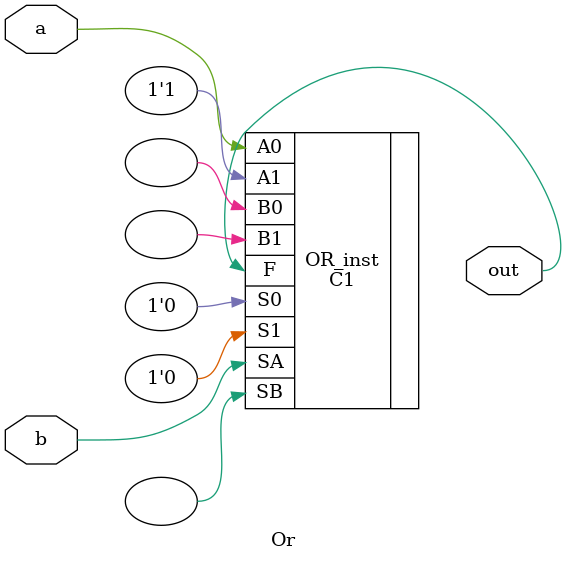
<source format=v>
module Or (input a, b, output out);
	C1 OR_inst(.A0(a), .A1(1'b1), .SA(b), .B0(), .B1(), .SB(), .S0(1'b0), .S1(1'b0), .F(out));
endmodule
</source>
